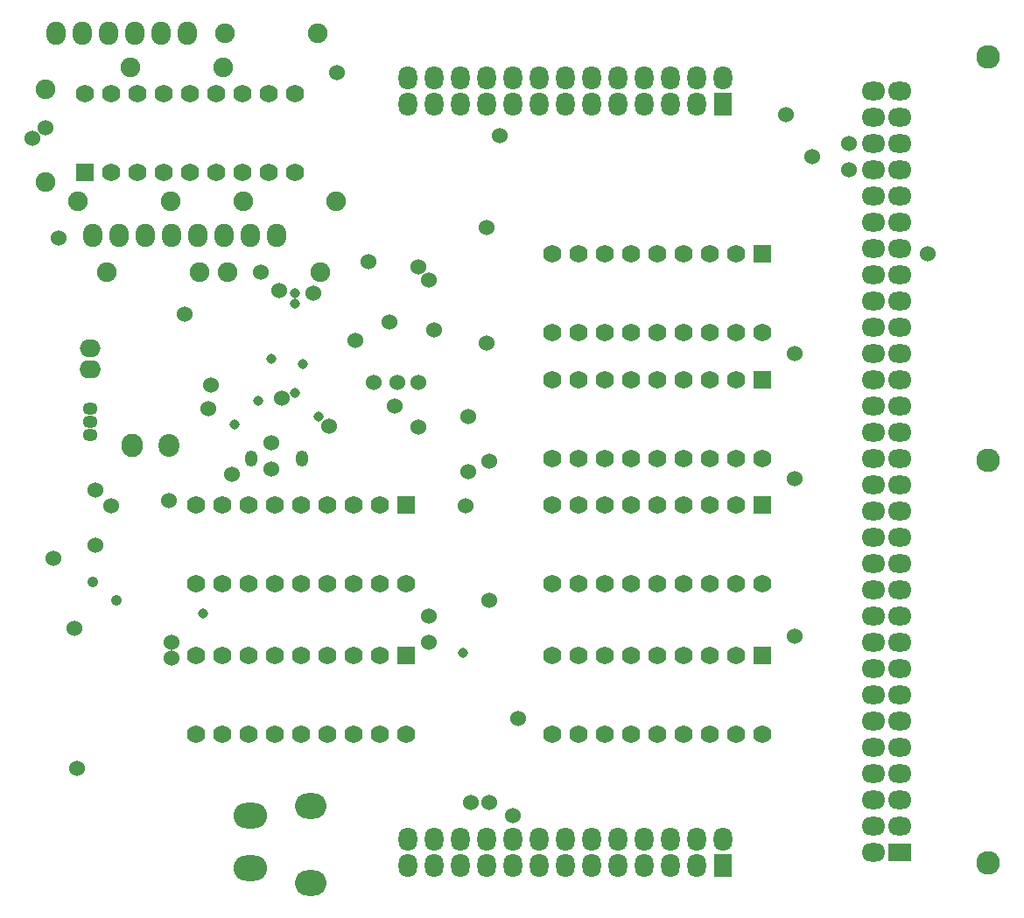
<source format=gbs>
G04 Layer_Color=16711935*
%FSLAX25Y25*%
%MOIN*%
G70*
G01*
G75*
%ADD60O,0.12047X0.09685*%
%ADD61O,0.04961X0.06142*%
%ADD62O,0.07887X0.08674*%
%ADD63O,0.08110X0.08898*%
%ADD64C,0.09024*%
%ADD65O,0.07323X0.08898*%
%ADD66C,0.07520*%
%ADD67O,0.07887X0.06706*%
%ADD68O,0.08110X0.06929*%
%ADD69R,0.06929X0.06929*%
%ADD70C,0.06929*%
%ADD71O,0.07024X0.09024*%
%ADD72R,0.07024X0.09024*%
%ADD73O,0.09024X0.07024*%
%ADD74R,0.09024X0.07024*%
%ADD75O,0.05748X0.04961*%
%ADD76O,0.12835X0.09685*%
%ADD77C,0.06024*%
%ADD78C,0.03824*%
%ADD79C,0.04224*%
D60*
X120047Y15953D02*
D03*
Y45480D02*
D03*
D61*
X97441Y177717D02*
D03*
X116654D02*
D03*
D62*
X65937Y182717D02*
D03*
D63*
X52157D02*
D03*
D64*
X377953Y330709D02*
D03*
Y23622D02*
D03*
Y177165D02*
D03*
D65*
X107047Y262717D02*
D03*
X97047D02*
D03*
X87047D02*
D03*
X77047D02*
D03*
X67047D02*
D03*
X57047D02*
D03*
X47047D02*
D03*
X37047D02*
D03*
X23047Y339717D02*
D03*
X33047D02*
D03*
X43047D02*
D03*
X53047D02*
D03*
X63047D02*
D03*
X73047D02*
D03*
D66*
X66764Y275716D02*
D03*
X31331D02*
D03*
X42331Y248716D02*
D03*
X77764D02*
D03*
X88331D02*
D03*
X123764D02*
D03*
X94331Y275716D02*
D03*
X129764D02*
D03*
X51331Y326716D02*
D03*
X86764D02*
D03*
X87331Y339717D02*
D03*
X122764D02*
D03*
X19047Y318433D02*
D03*
Y283000D02*
D03*
D67*
X36047Y219654D02*
D03*
D68*
Y211779D02*
D03*
D69*
X34047Y286717D02*
D03*
X156547Y102717D02*
D03*
Y160216D02*
D03*
X292047Y102717D02*
D03*
Y160216D02*
D03*
Y207716D02*
D03*
Y255716D02*
D03*
D70*
X44047Y286717D02*
D03*
X54047D02*
D03*
X64047D02*
D03*
X74047D02*
D03*
X84047D02*
D03*
X94047D02*
D03*
X104047D02*
D03*
X114047D02*
D03*
X34047Y316717D02*
D03*
X44047D02*
D03*
X54047D02*
D03*
X64047D02*
D03*
X74047D02*
D03*
X84047D02*
D03*
X94047D02*
D03*
X104047D02*
D03*
X114047D02*
D03*
X146547Y102717D02*
D03*
X136547D02*
D03*
X126547D02*
D03*
X116547D02*
D03*
X106547D02*
D03*
X96547D02*
D03*
X86547D02*
D03*
X76547D02*
D03*
X156547Y72716D02*
D03*
X146547D02*
D03*
X136547D02*
D03*
X126547D02*
D03*
X116547D02*
D03*
X106547D02*
D03*
X96547D02*
D03*
X86547D02*
D03*
X76547D02*
D03*
X146547Y160216D02*
D03*
X136547D02*
D03*
X126547D02*
D03*
X116547D02*
D03*
X106547D02*
D03*
X96547D02*
D03*
X86547D02*
D03*
X76547D02*
D03*
X156547Y130217D02*
D03*
X146547D02*
D03*
X136547D02*
D03*
X126547D02*
D03*
X116547D02*
D03*
X106547D02*
D03*
X96547D02*
D03*
X86547D02*
D03*
X76547D02*
D03*
X282047Y102717D02*
D03*
X272047D02*
D03*
X262047D02*
D03*
X252047D02*
D03*
X242047D02*
D03*
X232047D02*
D03*
X222047D02*
D03*
X212047D02*
D03*
X292047Y72716D02*
D03*
X282047D02*
D03*
X272047D02*
D03*
X262047D02*
D03*
X252047D02*
D03*
X242047D02*
D03*
X232047D02*
D03*
X222047D02*
D03*
X212047D02*
D03*
X282047Y160216D02*
D03*
X272047D02*
D03*
X262047D02*
D03*
X252047D02*
D03*
X242047D02*
D03*
X232047D02*
D03*
X222047D02*
D03*
X212047D02*
D03*
X292047Y130217D02*
D03*
X282047D02*
D03*
X272047D02*
D03*
X262047D02*
D03*
X252047D02*
D03*
X242047D02*
D03*
X232047D02*
D03*
X222047D02*
D03*
X212047D02*
D03*
X282047Y207716D02*
D03*
X272047D02*
D03*
X262047D02*
D03*
X252047D02*
D03*
X242047D02*
D03*
X232047D02*
D03*
X222047D02*
D03*
X212047D02*
D03*
X292047Y177717D02*
D03*
X282047D02*
D03*
X272047D02*
D03*
X262047D02*
D03*
X252047D02*
D03*
X242047D02*
D03*
X232047D02*
D03*
X222047D02*
D03*
X212047D02*
D03*
X282047Y255716D02*
D03*
X272047D02*
D03*
X262047D02*
D03*
X252047D02*
D03*
X242047D02*
D03*
X232047D02*
D03*
X222047D02*
D03*
X212047D02*
D03*
X292047Y225716D02*
D03*
X282047D02*
D03*
X272047D02*
D03*
X262047D02*
D03*
X252047D02*
D03*
X242047D02*
D03*
X232047D02*
D03*
X222047D02*
D03*
X212047D02*
D03*
D71*
X157047Y322716D02*
D03*
Y312717D02*
D03*
X167047Y322716D02*
D03*
Y312717D02*
D03*
X177047Y322716D02*
D03*
Y312717D02*
D03*
X187047Y322716D02*
D03*
Y312717D02*
D03*
X197047Y322716D02*
D03*
Y312717D02*
D03*
X207047Y322716D02*
D03*
Y312717D02*
D03*
X217047Y322716D02*
D03*
Y312717D02*
D03*
X227047Y322716D02*
D03*
Y312717D02*
D03*
X237047Y322716D02*
D03*
Y312717D02*
D03*
X247047Y322716D02*
D03*
Y312717D02*
D03*
X257047Y322716D02*
D03*
Y312717D02*
D03*
X267047Y322716D02*
D03*
Y312717D02*
D03*
X277047Y322716D02*
D03*
X157047Y32717D02*
D03*
Y22716D02*
D03*
X167047Y32717D02*
D03*
Y22716D02*
D03*
X177047Y32717D02*
D03*
Y22716D02*
D03*
X187047Y32717D02*
D03*
Y22716D02*
D03*
X197047Y32717D02*
D03*
Y22716D02*
D03*
X207047Y32717D02*
D03*
Y22716D02*
D03*
X217047Y32717D02*
D03*
Y22716D02*
D03*
X227047Y32717D02*
D03*
Y22716D02*
D03*
X237047Y32717D02*
D03*
Y22716D02*
D03*
X247047Y32717D02*
D03*
Y22716D02*
D03*
X257047Y32717D02*
D03*
Y22716D02*
D03*
X267047Y32717D02*
D03*
Y22716D02*
D03*
X277047Y32717D02*
D03*
D72*
Y312717D02*
D03*
Y22716D02*
D03*
D73*
X334547Y317717D02*
D03*
X344547D02*
D03*
X334547Y307716D02*
D03*
X344547D02*
D03*
X334547Y297716D02*
D03*
X344547D02*
D03*
X334547Y287717D02*
D03*
X344547D02*
D03*
X334547Y277716D02*
D03*
X344547D02*
D03*
X334547Y267717D02*
D03*
X344547D02*
D03*
X334547Y257716D02*
D03*
X344547D02*
D03*
X334547Y247716D02*
D03*
X344547D02*
D03*
X334547Y237717D02*
D03*
X344547D02*
D03*
X334547Y227716D02*
D03*
X344547D02*
D03*
X334547Y217717D02*
D03*
X344547D02*
D03*
X334547Y207716D02*
D03*
X344547D02*
D03*
X334547Y197716D02*
D03*
X344547D02*
D03*
X334547Y187716D02*
D03*
X344547D02*
D03*
X334547Y177717D02*
D03*
X344547D02*
D03*
X334547Y167717D02*
D03*
X344547D02*
D03*
X334547Y157717D02*
D03*
X344547D02*
D03*
X334547Y147716D02*
D03*
X344547D02*
D03*
X334547Y137716D02*
D03*
X344547D02*
D03*
X334547Y127717D02*
D03*
X344547D02*
D03*
X334547Y117717D02*
D03*
X344547D02*
D03*
X334547Y107717D02*
D03*
X344547D02*
D03*
X334547Y97716D02*
D03*
X344547D02*
D03*
X334547Y87717D02*
D03*
X344547D02*
D03*
X334547Y77716D02*
D03*
X344547D02*
D03*
X334547Y67716D02*
D03*
X344547D02*
D03*
X334547Y57717D02*
D03*
X344547D02*
D03*
X334547Y47717D02*
D03*
X344547D02*
D03*
X334547Y37716D02*
D03*
X344547D02*
D03*
X334547Y27716D02*
D03*
D74*
X344547D02*
D03*
D75*
X36047Y196716D02*
D03*
Y191717D02*
D03*
Y186716D02*
D03*
D76*
X97047Y21716D02*
D03*
Y41717D02*
D03*
D77*
X130047Y324716D02*
D03*
X137047Y222716D02*
D03*
X142047Y252716D02*
D03*
X72047Y232716D02*
D03*
X101047Y248716D02*
D03*
X144047Y206716D02*
D03*
X181047Y46716D02*
D03*
X188047D02*
D03*
X105047Y183716D02*
D03*
X197047Y41717D02*
D03*
X90047Y171716D02*
D03*
X304547Y110216D02*
D03*
Y170217D02*
D03*
X127047Y190217D02*
D03*
X152047Y197716D02*
D03*
X19047Y303716D02*
D03*
X14047Y299716D02*
D03*
X24047Y261717D02*
D03*
X180047Y172716D02*
D03*
X187047Y265717D02*
D03*
X188047Y123716D02*
D03*
Y176716D02*
D03*
X187047Y221716D02*
D03*
X180047Y193717D02*
D03*
X355047Y255716D02*
D03*
X325047Y297716D02*
D03*
X311047Y292717D02*
D03*
X325047Y287717D02*
D03*
X301047Y308717D02*
D03*
X38047Y144717D02*
D03*
X153047Y206716D02*
D03*
X166984Y226780D02*
D03*
X161047Y189716D02*
D03*
X199047Y78716D02*
D03*
X31047Y59716D02*
D03*
X22047Y139716D02*
D03*
X30047Y112961D02*
D03*
X192047Y300716D02*
D03*
X161047Y206716D02*
D03*
Y250716D02*
D03*
X150047Y229716D02*
D03*
X165047Y117717D02*
D03*
X109047Y200716D02*
D03*
X38047Y165717D02*
D03*
X66047Y161716D02*
D03*
X44047Y159716D02*
D03*
X108047Y241717D02*
D03*
X67047Y101716D02*
D03*
Y107717D02*
D03*
X179047Y159716D02*
D03*
X105047Y173716D02*
D03*
X121047Y240717D02*
D03*
X82047Y205716D02*
D03*
X81047Y196716D02*
D03*
X304547Y217717D02*
D03*
X165047Y107717D02*
D03*
Y245717D02*
D03*
D78*
X105047Y215717D02*
D03*
X117047Y213717D02*
D03*
X79047Y118717D02*
D03*
X114047Y240717D02*
D03*
Y236717D02*
D03*
X91047Y190717D02*
D03*
X100047Y199716D02*
D03*
X123047Y193717D02*
D03*
X114047Y202716D02*
D03*
X178047Y103717D02*
D03*
D79*
X37047Y130717D02*
D03*
X46047Y123716D02*
D03*
M02*

</source>
